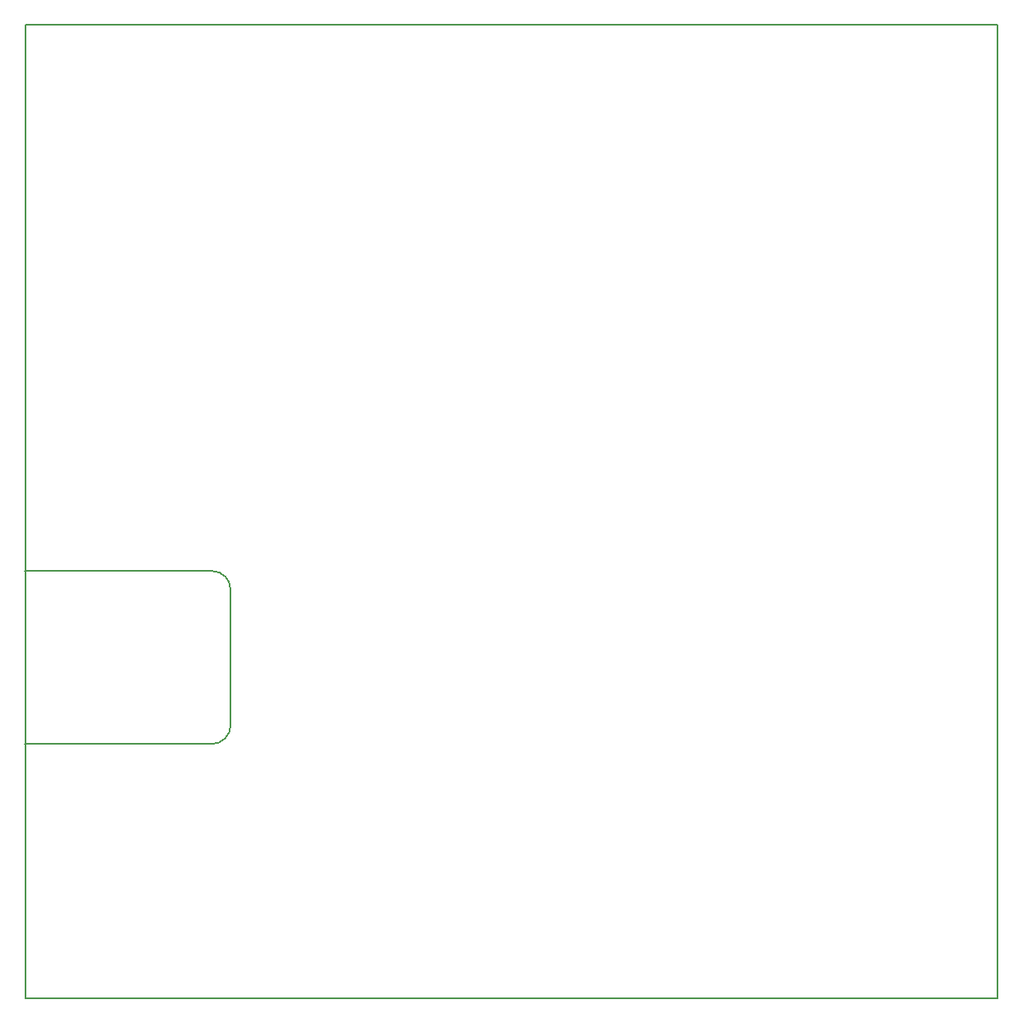
<source format=gbr>
%TF.GenerationSoftware,KiCad,Pcbnew,9.0.1*%
%TF.CreationDate,2025-04-18T20:51:15-05:00*%
%TF.ProjectId,utility_board,7574696c-6974-4795-9f62-6f6172642e6b,v1.0.0*%
%TF.SameCoordinates,Original*%
%TF.FileFunction,Profile,NP*%
%FSLAX46Y46*%
G04 Gerber Fmt 4.6, Leading zero omitted, Abs format (unit mm)*
G04 Created by KiCad (PCBNEW 9.0.1) date 2025-04-18 20:51:15*
%MOMM*%
%LPD*%
G01*
G04 APERTURE LIST*
%TA.AperFunction,Profile*%
%ADD10C,0.150000*%
%TD*%
G04 APERTURE END LIST*
D10*
X200000000Y-200000000D02*
X100000000Y-200000000D01*
X100000000Y-200000000D02*
X100000000Y-100000000D01*
X100000000Y-100000000D02*
X200000000Y-100000000D01*
X200000000Y-100000000D02*
X200000000Y-200000000D01*
%TO.C,J1*%
X119162500Y-173890000D02*
X99932500Y-173890000D01*
X121067500Y-158015000D02*
X121067500Y-171985000D01*
X99932500Y-156110000D02*
X119162500Y-156110000D01*
X121067500Y-171985000D02*
G75*
G02*
X119162502Y-173889999I-1905000J1D01*
G01*
X119162500Y-156110000D02*
G75*
G02*
X121067501Y-158015001I0J-1905001D01*
G01*
%TD*%
M02*

</source>
